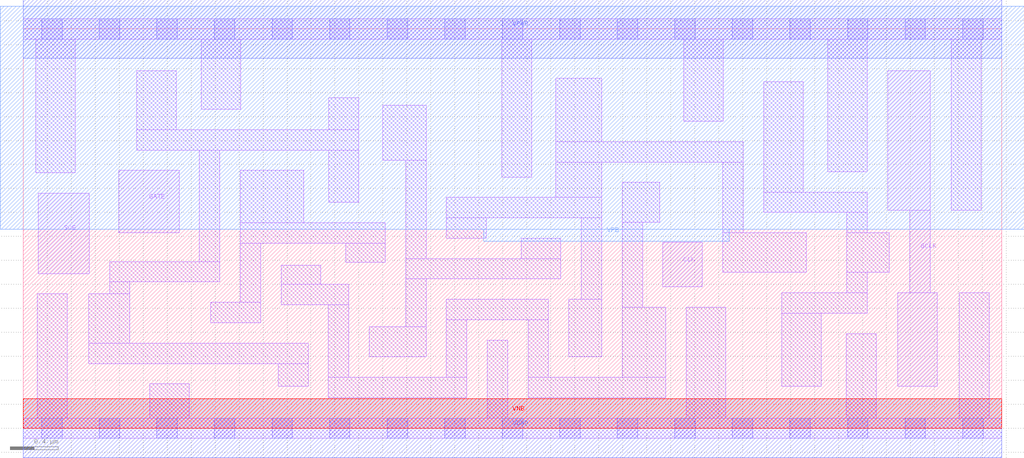
<source format=lef>
# Copyright 2020 The SkyWater PDK Authors
#
# Licensed under the Apache License, Version 2.0 (the "License");
# you may not use this file except in compliance with the License.
# You may obtain a copy of the License at
#
#     https://www.apache.org/licenses/LICENSE-2.0
#
# Unless required by applicable law or agreed to in writing, software
# distributed under the License is distributed on an "AS IS" BASIS,
# WITHOUT WARRANTIES OR CONDITIONS OF ANY KIND, either express or implied.
# See the License for the specific language governing permissions and
# limitations under the License.
#
# SPDX-License-Identifier: Apache-2.0

VERSION 5.7 ;
  NOWIREEXTENSIONATPIN ON ;
  DIVIDERCHAR "/" ;
  BUSBITCHARS "[]" ;
MACRO sky130_fd_sc_ms__sdlclkp_2
  CLASS CORE ;
  FOREIGN sky130_fd_sc_ms__sdlclkp_2 ;
  ORIGIN  0.000000  0.000000 ;
  SIZE  8.160000 BY  3.330000 ;
  SYMMETRY X Y ;
  SITE unit ;
  PIN GATE
    ANTENNAGATEAREA  0.233700 ;
    DIRECTION INPUT ;
    USE SIGNAL ;
    PORT
      LAYER li1 ;
        RECT 0.795000 1.630000 1.300000 2.150000 ;
    END
  END GATE
  PIN GCLK
    ANTENNADIFFAREA  0.509600 ;
    DIRECTION OUTPUT ;
    USE SIGNAL ;
    PORT
      LAYER li1 ;
        RECT 7.210000 1.820000 7.565000 2.980000 ;
        RECT 7.295000 0.350000 7.625000 1.130000 ;
        RECT 7.395000 1.130000 7.565000 1.820000 ;
    END
  END GCLK
  PIN SCE
    ANTENNAGATEAREA  0.233700 ;
    DIRECTION INPUT ;
    USE SIGNAL ;
    PORT
      LAYER li1 ;
        RECT 0.125000 1.290000 0.550000 1.960000 ;
    END
  END SCE
  PIN CLK
    ANTENNAGATEAREA  0.553200 ;
    DIRECTION INPUT ;
    USE CLOCK ;
    PORT
      LAYER li1 ;
        RECT 5.335000 1.180000 5.665000 1.550000 ;
    END
  END CLK
  PIN VGND
    DIRECTION INOUT ;
    USE GROUND ;
    PORT
      LAYER met1 ;
        RECT 0.000000 -0.245000 8.160000 0.245000 ;
    END
  END VGND
  PIN VNB
    DIRECTION INOUT ;
    USE GROUND ;
    PORT
      LAYER pwell ;
        RECT 0.000000 0.000000 8.160000 0.245000 ;
    END
  END VNB
  PIN VPB
    DIRECTION INOUT ;
    USE POWER ;
    PORT
      LAYER nwell ;
        RECT -0.190000 1.660000 8.350000 3.520000 ;
        RECT  3.840000 1.560000 5.890000 1.660000 ;
    END
  END VPB
  PIN VPWR
    DIRECTION INOUT ;
    USE POWER ;
    PORT
      LAYER met1 ;
        RECT 0.000000 3.085000 8.160000 3.575000 ;
    END
  END VPWR
  OBS
    LAYER li1 ;
      RECT 0.000000 -0.085000 8.160000 0.085000 ;
      RECT 0.000000  3.245000 8.160000 3.415000 ;
      RECT 0.105000  2.130000 0.435000 3.245000 ;
      RECT 0.115000  0.085000 0.365000 1.120000 ;
      RECT 0.545000  0.540000 2.375000 0.710000 ;
      RECT 0.545000  0.710000 0.890000 1.120000 ;
      RECT 0.720000  1.120000 0.890000 1.220000 ;
      RECT 0.720000  1.220000 1.640000 1.390000 ;
      RECT 0.945000  2.320000 2.800000 2.490000 ;
      RECT 0.945000  2.490000 1.275000 2.980000 ;
      RECT 1.055000  0.085000 1.385000 0.370000 ;
      RECT 1.470000  1.390000 1.640000 2.320000 ;
      RECT 1.485000  2.660000 1.815000 3.245000 ;
      RECT 1.565000  0.880000 1.980000 1.050000 ;
      RECT 1.810000  1.050000 1.980000 1.545000 ;
      RECT 1.810000  1.545000 3.020000 1.715000 ;
      RECT 1.810000  1.715000 2.340000 2.150000 ;
      RECT 2.125000  0.350000 2.375000 0.540000 ;
      RECT 2.150000  1.030000 2.715000 1.200000 ;
      RECT 2.150000  1.200000 2.480000 1.360000 ;
      RECT 2.545000  0.255000 3.700000 0.425000 ;
      RECT 2.545000  0.425000 2.715000 1.030000 ;
      RECT 2.550000  1.885000 2.800000 2.320000 ;
      RECT 2.550000  2.490000 2.800000 2.755000 ;
      RECT 2.690000  1.385000 3.020000 1.545000 ;
      RECT 2.885000  0.595000 3.360000 0.845000 ;
      RECT 3.000000  2.235000 3.360000 2.695000 ;
      RECT 3.190000  0.845000 3.360000 1.245000 ;
      RECT 3.190000  1.245000 4.485000 1.415000 ;
      RECT 3.190000  1.415000 3.360000 2.235000 ;
      RECT 3.530000  0.425000 3.700000 0.905000 ;
      RECT 3.530000  0.905000 4.380000 1.075000 ;
      RECT 3.530000  1.585000 3.860000 1.755000 ;
      RECT 3.530000  1.755000 4.825000 1.925000 ;
      RECT 3.870000  0.085000 4.040000 0.735000 ;
      RECT 3.990000  2.095000 4.240000 3.245000 ;
      RECT 4.155000  1.415000 4.485000 1.585000 ;
      RECT 4.210000  0.255000 5.360000 0.425000 ;
      RECT 4.210000  0.425000 4.380000 0.905000 ;
      RECT 4.440000  1.925000 4.825000 2.220000 ;
      RECT 4.440000  2.220000 6.005000 2.390000 ;
      RECT 4.440000  2.390000 4.825000 2.920000 ;
      RECT 4.550000  0.595000 4.825000 1.075000 ;
      RECT 4.655000  1.075000 4.825000 1.755000 ;
      RECT 4.995000  0.425000 5.360000 1.010000 ;
      RECT 4.995000  1.010000 5.165000 1.720000 ;
      RECT 4.995000  1.720000 5.310000 2.050000 ;
      RECT 5.510000  2.560000 5.840000 3.245000 ;
      RECT 5.530000  0.085000 5.860000 1.010000 ;
      RECT 5.835000  1.300000 6.530000 1.630000 ;
      RECT 5.835000  1.630000 6.005000 2.220000 ;
      RECT 6.175000  1.800000 7.040000 1.970000 ;
      RECT 6.175000  1.970000 6.505000 2.890000 ;
      RECT 6.325000  0.350000 6.655000 0.960000 ;
      RECT 6.325000  0.960000 7.040000 1.130000 ;
      RECT 6.710000  2.140000 7.040000 3.245000 ;
      RECT 6.865000  0.085000 7.115000 0.790000 ;
      RECT 6.870000  1.130000 7.040000 1.300000 ;
      RECT 6.870000  1.300000 7.225000 1.630000 ;
      RECT 6.870000  1.630000 7.040000 1.800000 ;
      RECT 7.740000  1.820000 7.990000 3.245000 ;
      RECT 7.805000  0.085000 8.055000 1.130000 ;
    LAYER mcon ;
      RECT 0.155000 -0.085000 0.325000 0.085000 ;
      RECT 0.155000  3.245000 0.325000 3.415000 ;
      RECT 0.635000 -0.085000 0.805000 0.085000 ;
      RECT 0.635000  3.245000 0.805000 3.415000 ;
      RECT 1.115000 -0.085000 1.285000 0.085000 ;
      RECT 1.115000  3.245000 1.285000 3.415000 ;
      RECT 1.595000 -0.085000 1.765000 0.085000 ;
      RECT 1.595000  3.245000 1.765000 3.415000 ;
      RECT 2.075000 -0.085000 2.245000 0.085000 ;
      RECT 2.075000  3.245000 2.245000 3.415000 ;
      RECT 2.555000 -0.085000 2.725000 0.085000 ;
      RECT 2.555000  3.245000 2.725000 3.415000 ;
      RECT 3.035000 -0.085000 3.205000 0.085000 ;
      RECT 3.035000  3.245000 3.205000 3.415000 ;
      RECT 3.515000 -0.085000 3.685000 0.085000 ;
      RECT 3.515000  3.245000 3.685000 3.415000 ;
      RECT 3.995000 -0.085000 4.165000 0.085000 ;
      RECT 3.995000  3.245000 4.165000 3.415000 ;
      RECT 4.475000 -0.085000 4.645000 0.085000 ;
      RECT 4.475000  3.245000 4.645000 3.415000 ;
      RECT 4.955000 -0.085000 5.125000 0.085000 ;
      RECT 4.955000  3.245000 5.125000 3.415000 ;
      RECT 5.435000 -0.085000 5.605000 0.085000 ;
      RECT 5.435000  3.245000 5.605000 3.415000 ;
      RECT 5.915000 -0.085000 6.085000 0.085000 ;
      RECT 5.915000  3.245000 6.085000 3.415000 ;
      RECT 6.395000 -0.085000 6.565000 0.085000 ;
      RECT 6.395000  3.245000 6.565000 3.415000 ;
      RECT 6.875000 -0.085000 7.045000 0.085000 ;
      RECT 6.875000  3.245000 7.045000 3.415000 ;
      RECT 7.355000 -0.085000 7.525000 0.085000 ;
      RECT 7.355000  3.245000 7.525000 3.415000 ;
      RECT 7.835000 -0.085000 8.005000 0.085000 ;
      RECT 7.835000  3.245000 8.005000 3.415000 ;
  END
END sky130_fd_sc_ms__sdlclkp_2
END LIBRARY

</source>
